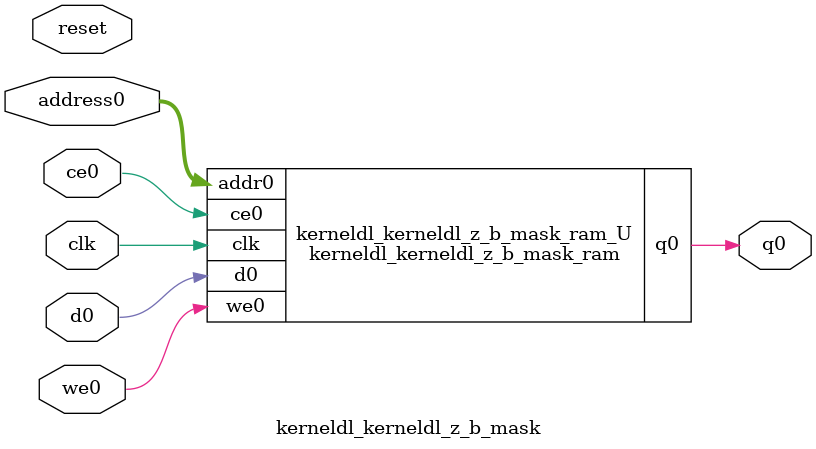
<source format=v>
`timescale 1 ns / 1 ps
module kerneldl_kerneldl_z_b_mask_ram (addr0, ce0, d0, we0, q0,  clk);

parameter DWIDTH = 1;
parameter AWIDTH = 19;
parameter MEM_SIZE = 312000;

input[AWIDTH-1:0] addr0;
input ce0;
input[DWIDTH-1:0] d0;
input we0;
output reg[DWIDTH-1:0] q0;
input clk;

(* ram_style = "block" *)reg [DWIDTH-1:0] ram[0:MEM_SIZE-1];




always @(posedge clk)  
begin 
    if (ce0) 
    begin
        if (we0) 
        begin 
            ram[addr0] <= d0; 
        end 
        q0 <= ram[addr0];
    end
end


endmodule

`timescale 1 ns / 1 ps
module kerneldl_kerneldl_z_b_mask(
    reset,
    clk,
    address0,
    ce0,
    we0,
    d0,
    q0);

parameter DataWidth = 32'd1;
parameter AddressRange = 32'd312000;
parameter AddressWidth = 32'd19;
input reset;
input clk;
input[AddressWidth - 1:0] address0;
input ce0;
input we0;
input[DataWidth - 1:0] d0;
output[DataWidth - 1:0] q0;



kerneldl_kerneldl_z_b_mask_ram kerneldl_kerneldl_z_b_mask_ram_U(
    .clk( clk ),
    .addr0( address0 ),
    .ce0( ce0 ),
    .we0( we0 ),
    .d0( d0 ),
    .q0( q0 ));

endmodule


</source>
